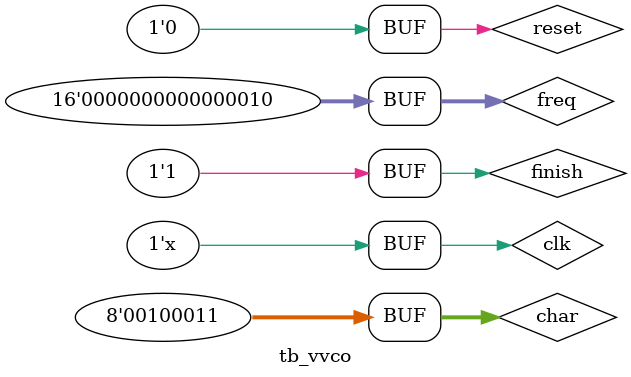
<source format=v>
`timescale 1ns / 1ps
`include "vvco.v"
module tb_vvco;

  // Inputs
  reg clk;
  reg reset;
  reg [7:0] char;
  reg [15:0] freq;
  reg finish;

  // Outputs
  wire [1:0] format_type;
  wire [3:0] error_code;

  always @(posedge clk)
  begin
    if (!reset && !finish)
    begin
      $display("%d", format_type);
    end
  end

  // Instantiate the Unit Under Test (UUT)
  cpu_checker uut (
                .clk(clk),
                .reset(reset),
                .char(char),
                .format_type(format_type)
              );

  initial
  begin
    // Initialize Inputs
    clk = 0;
    reset = 1;
    char = 0;
    freq = 2;
    finish = 0;

    #10 reset = 0;
    #2 char = "^";
    #2 char = "2";
    #2 char = "4";
    #2 char = "2";
    #2 char = "@";
    #2 char = "0";
    #2 char = "0";
    #2 char = "0";
    #2 char = "0";
    #2 char = "3";
    #2 char = "0";
    #2 char = "f";
    #2 char = "4";
    #2 char = ":";
    #2 char = " ";
    #2 char = "$";
    #2 char = "3";
    #2 char = "1";
    #2 char = " ";
    #2 char = "<";
    #2 char = "=";
    #2 char = "1";
    #2 char = "2";
    #2 char = "3";
    #2 char = "4";
    #2 char = "5";
    #2 char = "6";
    #2 char = "7";
    #2 char = "8";
    #2 char = "#";
    #2 char = "^";
    #2 char = "2";
    #2 char = "4";
    #2 char = "2";
    #2 char = "@";
    #2 char = "0";
    #2 char = "0";
    #2 char = "0";
    #2 char = "0";
    #2 char = "3";
    #2 char = "0";
    #2 char = "f";
    #2 char = "4";
    #2 char = ":";
    #2 char = " ";
    #2 char = "$";
    #2 char = "3";
    #2 char = "1";
    #2 char = " ";
    #2 char = "<";
    #2 char = "=";
    #2 char = "1";
    #2 char = "2";
    #2 char = "3";
    #2 char = "2";
    #2 char = "1";
    #2 char = "5";
    #2 char = "#";
    #2 char = "^";
    #2 char = "2";
    #2 char = "4";
    #2 char = "2";
    #2 char = "@";
    #2 char = "0";
    #2 char = "0";
    #2 char = "0";
    #2 char = "0";
    #2 char = "3";
    #2 char = "0";
    #2 char = "f";
    #2 char = "4";
    #2 char = ":";
    #2 char = " ";
    #2 char = "$";
    #2 char = "3";
    #2 char = "1";
    #2 char = " ";
    #2 char = "<";
    #2 char = "=";
    #2 char = "1";
    #2 char = "2";
    #2 char = "3";
    #2 char = "2";
    #2 char = "1";
    #2 char = "5";
    #2 char = "8";
    #2 char = "9";
    #2 char = "9";
    #2 char = "8";
    #2 char = "#";
    #2 char = "^";
    #2 char = "2";
    #2 char = "4";
    #2 char = "2";
    #2 char = "@";
    #2 char = "0";
    #2 char = "0";
    #2 char = "0";
    #2 char = "0";
    #2 char = "3";
    #2 char = "0";
    #2 char = "f";
    #2 char = "4";
    #2 char = ":";
    #2 char = " ";
    #2 char = "$";
    #2 char = "3";
    #2 char = "1";
    #2 char = " ";
    #2 char = "<";
    #2 char = "=";
    #2 char = "#";
    #2 char = "^";
    #2 char = "2";
    #2 char = "4";
    #2 char = "2";
    #2 char = "@";
    #2 char = "0";
    #2 char = "0";
    #2 char = "0";
    #2 char = "0";
    #2 char = "3";
    #2 char = "0";
    #2 char = "f";
    #2 char = "4";
    #2 char = ":";
    #2 char = " ";
    #2 char = "$";
    #2 char = "3";
    #2 char = "1";
    #2 char = " ";
    #2 char = "<";
    #2 char = "=";
    #2 char = " ";
    #2 char = " ";
    #2 char = " ";
    #2 char = "1";
    #2 char = "2";
    #2 char = "3";
    #2 char = "2";
    #2 char = "1";
    #2 char = "5";
    #2 char = " ";
    #2 char = "#";
    #2 char = "^";
    #2 char = "2";
    #2 char = "4";
    #2 char = "2";
    #2 char = "@";
    #2 char = "0";
    #2 char = "0";
    #2 char = "0";
    #2 char = "0";
    #2 char = "3";
    #2 char = "0";
    #2 char = "f";
    #2 char = "4";
    #2 char = ":";
    #2 char = " ";
    #2 char = "$";
    #2 char = "3";
    #2 char = "1";
    #2 char = " ";
    #2 char = "<";
    #2 char = "=";
    #2 char = " ";
    #2 char = " ";
    #2 char = " ";
    #2 char = "a";
    #2 char = "b";
    #2 char = "1";
    #2 char = "2";
    #2 char = "3";
    #2 char = "2";
    #2 char = "1";
    #2 char = "5";
    #2 char = " ";
    #2 char = "#";
    #2 char = "^";
    #2 char = "2";
    #2 char = "4";
    #2 char = "2";
    #2 char = "@";
    #2 char = "0";
    #2 char = "0";
    #2 char = "0";
    #2 char = "0";
    #2 char = "3";
    #2 char = "0";
    #2 char = "f";
    #2 char = "4";
    #2 char = ":";
    #2 char = " ";
    #2 char = "$";
    #2 char = "3";
    #2 char = "1";
    #2 char = " ";
    #2 char = "<";
    #2 char = "=";
    #2 char = " ";
    #2 char = " ";
    #2 char = " ";
    #2 char = "A";
    #2 char = "b";
    #2 char = "1";
    #2 char = "2";
    #2 char = "3";
    #2 char = "2";
    #2 char = "1";
    #2 char = "5";
    #2 char = " ";
    #2 char = "#";
    #2 char = "^";
    #2 char = "3";
    #2 char = "3";
    #2 char = "8";
    #2 char = "@";
    #2 char = "0";
    #2 char = "0";
    #2 char = "0";
    #2 char = "0";
    #2 char = "3";
    #2 char = "1";
    #2 char = "3";
    #2 char = "0";
    #2 char = ":";
    #2 char = " ";
    #2 char = "*";
    #2 char = "0";
    #2 char = "0";
    #2 char = "0";
    #2 char = "0";
    #2 char = "0";
    #2 char = "0";
    #2 char = "8";
    #2 char = "8";
    #2 char = " ";
    #2 char = "<";
    #2 char = "=";
    #2 char = " ";
    #2 char = "F";
    #2 char = "f";
    #2 char = "f";
    #2 char = "f";
    #2 char = "b";
    #2 char = "5";
    #2 char = "2";
    #2 char = "8";
    #2 char = "#";
    #2 char = "^";
    #2 char = "3";
    #2 char = "3";
    #2 char = "8";
    #2 char = "@";
    #2 char = "0";
    #2 char = "0";
    #2 char = "0";
    #2 char = "0";
    #2 char = "3";
    #2 char = "1";
    #2 char = "3";
    #2 char = "0";
    #2 char = ":";
    #2 char = " ";
    #2 char = "*";
    #2 char = "0";
    #2 char = "0";
    #2 char = "0";
    #2 char = "0";
    #2 char = "0";
    #2 char = "0";
    #2 char = "8";
    #2 char = "8";
    #2 char = " ";
    #2 char = "<";
    #2 char = "=";
    #2 char = " ";
    #2 char = "f";
    #2 char = "f";
    #2 char = "f";
    #2 char = "f";
    #2 char = "b";
    #2 char = "5";
    #2 char = "2";
    #2 char = "8";
    #2 char = "#";
    #2 char = "^";
    #2 char = "3";
    #2 char = "3";
    #2 char = "8";
    #2 char = "@";
    #2 char = "0";
    #2 char = "0";
    #2 char = "0";
    #2 char = "0";
    #2 char = "3";
    #2 char = "1";
    #2 char = "3";
    #2 char = "0";
    #2 char = ":";
    #2 char = " ";
    #2 char = "*";
    #2 char = "0";
    #2 char = "0";
    #2 char = "0";
    #2 char = "0";
    #2 char = "0";
    #2 char = "0";
    #2 char = "8";
    #2 char = "8";
    #2 char = " ";
    #2 char = "<";
    #2 char = "=";
    #2 char = "#";
    #2 char = "^";
    #2 char = "3";
    #2 char = "3";
    #2 char = "8";
    #2 char = "@";
    #2 char = "0";
    #2 char = "0";
    #2 char = "0";
    #2 char = "0";
    #2 char = "3";
    #2 char = "1";
    #2 char = "3";
    #2 char = "0";
    #2 char = ":";
    #2 char = " ";
    #2 char = "*";
    #2 char = "0";
    #2 char = "0";
    #2 char = "0";
    #2 char = "0";
    #2 char = "0";
    #2 char = "0";
    #2 char = "8";
    #2 char = "8";
    #2 char = " ";
    #2 char = "<";
    #2 char = "=";
    #2 char = " ";
    #2 char = "f";
    #2 char = "f";
    #2 char = "f";
    #2 char = "f";
    #2 char = "b";
    #2 char = "5";
    #2 char = "2";
    #2 char = "8";
    #2 char = "1";
    #2 char = "2";
    #2 char = "#";
    #2 char = "^";
    #2 char = "3";
    #2 char = "3";
    #2 char = "8";
    #2 char = "@";
    #2 char = "0";
    #2 char = "0";
    #2 char = "0";
    #2 char = "0";
    #2 char = "3";
    #2 char = "1";
    #2 char = "3";
    #2 char = "0";
    #2 char = ":";
    #2 char = " ";
    #2 char = "*";
    #2 char = "0";
    #2 char = "0";
    #2 char = "0";
    #2 char = "0";
    #2 char = "0";
    #2 char = "0";
    #2 char = "8";
    #2 char = "8";
    #2 char = " ";
    #2 char = "<";
    #2 char = "=";
    #2 char = " ";
    #2 char = "f";
    #2 char = "f";
    #2 char = "f";
    #2 char = "f";
    #2 char = "b";
    #2 char = "5";
    #2 char = "2";
    #2 char = "#";
    #2 char = "^";
    #2 char = "3";
    #2 char = "3";
    #2 char = "8";
    #2 char = "@";
    #2 char = "0";
    #2 char = "0";
    #2 char = "0";
    #2 char = "0";
    #2 char = "3";
    #2 char = "1";
    #2 char = "3";
    #2 char = "0";
    #2 char = ":";
    #2 char = " ";
    #2 char = "*";
    #2 char = "0";
    #2 char = "0";
    #2 char = "0";
    #2 char = "0";
    #2 char = "0";
    #2 char = "0";
    #2 char = "8";
    #2 char = "8";
    #2 char = " ";
    #2 char = "<";
    #2 char = "=";
    #2 char = " ";
    #2 char = "f";
    #2 char = "f";
    #2 char = "f";
    #2 char = "f";
    #2 char = "B";
    #2 char = "5";
    #2 char = "2";
    #2 char = "8";
    #2 char = "#";
    #2 char = "^";
    #2 char = "3";
    #2 char = "3";
    #2 char = "8";
    #2 char = "@";
    #2 char = "0";
    #2 char = "0";
    #2 char = "0";
    #2 char = "0";
    #2 char = "3";
    #2 char = "1";
    #2 char = "3";
    #2 char = "0";
    #2 char = ":";
    #2 char = " ";
    #2 char = "*";
    #2 char = "0";
    #2 char = "0";
    #2 char = "0";
    #2 char = "0";
    #2 char = "0";
    #2 char = "0";
    #2 char = "8";
    #2 char = "8";
    #2 char = " ";
    #2 char = "<";
    #2 char = "=";
    #2 char = " ";
    #2 char = "f";
    #2 char = "f";
    #2 char = "f";
    #2 char = "f";
    #2 char = "b";
    #2 char = "5";
    #2 char = "2";
    #2 char = "B";
    #2 char = "#";
    #2 char = "^";
    #2 char = "3";
    #2 char = "3";
    #2 char = "8";
    #2 char = "@";
    #2 char = "0";
    #2 char = "0";
    #2 char = "0";
    #2 char = "0";
    #2 char = "3";
    #2 char = "1";
    #2 char = "3";
    #2 char = "0";
    #2 char = ":";
    #2 char = " ";
    #2 char = "*";
    #2 char = "0";
    #2 char = "0";
    #2 char = "0";
    #2 char = "0";
    #2 char = "0";
    #2 char = "0";
    #2 char = "8";
    #2 char = "8";
    #2 char = " ";
    #2 char = "<";
    #2 char = "=";
    #2 char = " ";
    #2 char = "f";
    #2 char = "f";
    #2 char = "f";
    #2 char = "f";
    #2 char = "b";
    #2 char = "5";
    #2 char = "2";
    #2 char = "B";
    #2 char = "#";
    #2 char = "^";
    #2 char = "3";
    #2 char = "3";
    #2 char = "8";
    #2 char = "@";
    #2 char = "0";
    #2 char = "0";
    #2 char = "0";
    #2 char = "0";
    #2 char = "3";
    #2 char = "1";
    #2 char = "3";
    #2 char = "0";
    #2 char = ":";
    #2 char = " ";
    #2 char = "*";
    #2 char = "0";
    #2 char = "0";
    #2 char = "0";
    #2 char = "0";
    #2 char = "0";
    #2 char = "0";
    #2 char = "8";
    #2 char = "8";
    #2 char = " ";
    #2 char = "<";
    #2 char = "=";
    #2 char = " ";
    #2 char = "f";
    #2 char = "f";
    #2 char = "f";
    #2 char = "f";
    #2 char = "b";
    #2 char = "5";
    #2 char = "2";
    #2 char = "B";
    #2 char = " ";
    #2 char = "#";
    #20
     finish = 1;
  end

  always #1 clk = ~clk;
  initial
  begin
    $dumpfile("tb_vvco.vcd");        //Éú³ÉµÄvcdÎÄ¼þÃû³Æ
    $dumpvars(0, tb_vvco);    //tbÄ£¿éÃû³Æ
  end
endmodule

</source>
